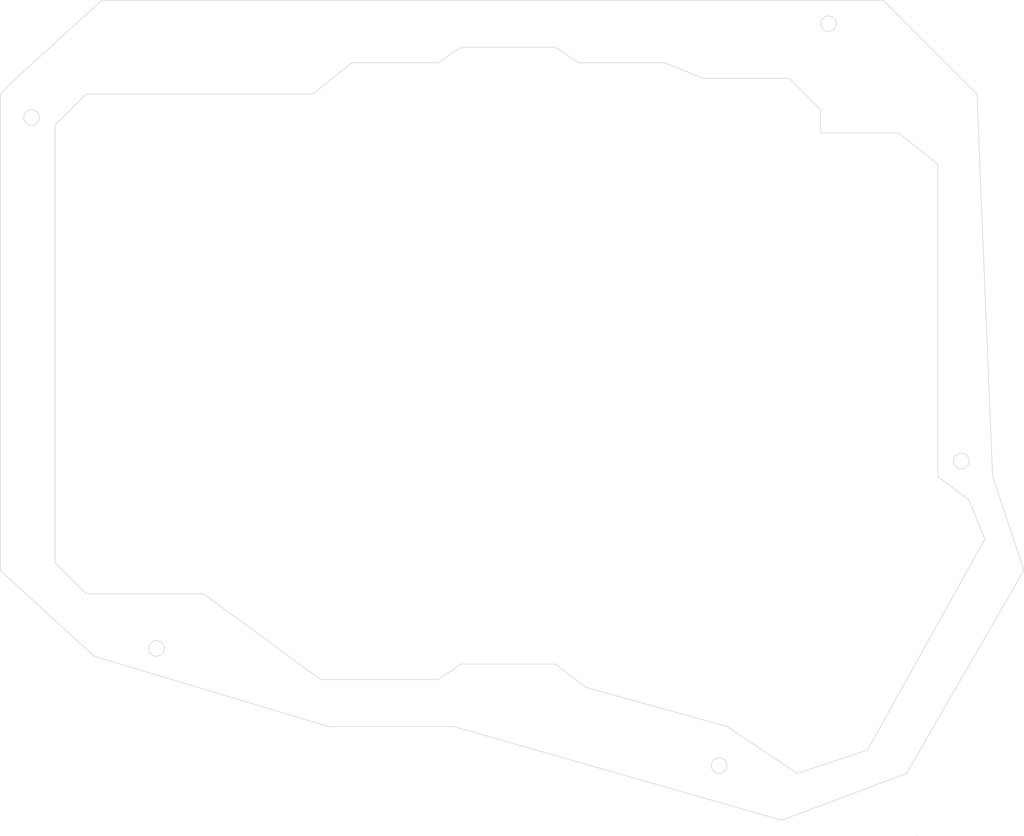
<source format=kicad_pcb>
(kicad_pcb (version 20171130) (host pcbnew "(5.1.2)-2")

  (general
    (thickness 1.6)
    (drawings 51)
    (tracks 0)
    (zones 0)
    (modules 0)
    (nets 1)
  )

  (page A4)
  (title_block
    (title "Redox keyboard PCB")
    (date 2018-05-05)
    (rev 1.0)
    (comment 1 "designed by Mattia Dal Ben (aka u/TiaMaT102)")
    (comment 2 https://github.com/mattdibi/redox-keyboard)
  )

  (layers
    (0 F.Cu signal)
    (31 B.Cu signal hide)
    (32 B.Adhes user hide)
    (33 F.Adhes user hide)
    (34 B.Paste user hide)
    (35 F.Paste user hide)
    (36 B.SilkS user hide)
    (37 F.SilkS user hide)
    (38 B.Mask user hide)
    (39 F.Mask user hide)
    (40 Dwgs.User user hide)
    (41 Cmts.User user hide)
    (42 Eco1.User user hide)
    (43 Eco2.User user hide)
    (44 Edge.Cuts user)
    (45 Margin user hide)
    (46 B.CrtYd user hide)
    (47 F.CrtYd user hide)
    (48 B.Fab user hide)
    (49 F.Fab user hide)
  )

  (setup
    (last_trace_width 0.25)
    (trace_clearance 0.2)
    (zone_clearance 0.508)
    (zone_45_only no)
    (trace_min 0.2)
    (via_size 0.6)
    (via_drill 0.4)
    (via_min_size 0.4)
    (via_min_drill 0.3)
    (uvia_size 0.3)
    (uvia_drill 0.1)
    (uvias_allowed no)
    (uvia_min_size 0.2)
    (uvia_min_drill 0.1)
    (edge_width 0.1)
    (segment_width 0.2)
    (pcb_text_width 0.3)
    (pcb_text_size 1.5 1.5)
    (mod_edge_width 0.15)
    (mod_text_size 1 1)
    (mod_text_width 0.15)
    (pad_size 1.5 1.5)
    (pad_drill 0.6)
    (pad_to_mask_clearance 0)
    (aux_axis_origin 0 0)
    (visible_elements 7FFFFFFF)
    (pcbplotparams
      (layerselection 0x010fc_ffffffff)
      (usegerberextensions true)
      (usegerberattributes false)
      (usegerberadvancedattributes false)
      (creategerberjobfile false)
      (excludeedgelayer true)
      (linewidth 0.100000)
      (plotframeref false)
      (viasonmask false)
      (mode 1)
      (useauxorigin false)
      (hpglpennumber 1)
      (hpglpenspeed 20)
      (hpglpendiameter 15.000000)
      (psnegative false)
      (psa4output false)
      (plotreference true)
      (plotvalue true)
      (plotinvisibletext false)
      (padsonsilk false)
      (subtractmaskfromsilk false)
      (outputformat 1)
      (mirror false)
      (drillshape 0)
      (scaleselection 1)
      (outputdirectory "gerber_files/"))
  )

  (net 0 "")

  (net_class Default "Questo è il gruppo di collegamenti predefinito"
    (clearance 0.2)
    (trace_width 0.25)
    (via_dia 0.6)
    (via_drill 0.4)
    (uvia_dia 0.3)
    (uvia_drill 0.1)
  )

  (gr_circle (center 73.66 58.42) (end 74.93 58.42) (layer Edge.Cuts) (width 0.1) (tstamp 5DB51D95))
  (gr_circle (center 203.2 43.18) (end 204.47 43.18) (layer Edge.Cuts) (width 0.1) (tstamp 5DB51D94))
  (gr_circle (center 93.98 144.78) (end 95.25 144.78) (layer Edge.Cuts) (width 0.1) (tstamp 5DB51D93))
  (gr_circle (center 224.79 114.3) (end 226.06 114.3) (layer Edge.Cuts) (width 0.1) (tstamp 5DB51D92))
  (gr_circle (center 185.42 163.83) (end 186.69 163.83) (layer Edge.Cuts) (width 0.1) (tstamp 5DB51D91))
  (gr_line (start 226.06 120.65) (end 228.6 127) (layer Edge.Cuts) (width 0.1) (tstamp 5DB50479))
  (gr_line (start 186.69 157.48) (end 198.12 165.1) (layer Edge.Cuts) (width 0.1) (tstamp 5DB5041B))
  (gr_line (start 198.12 165.1) (end 209.55 161.29) (layer Edge.Cuts) (width 0.1))
  (gr_line (start 163.83 151.13) (end 186.69 157.48) (layer Edge.Cuts) (width 0.1))
  (gr_line (start 158.75 147.32) (end 163.83 151.13) (layer Edge.Cuts) (width 0.1))
  (gr_line (start 143.51 147.32) (end 158.75 147.32) (layer Edge.Cuts) (width 0.1))
  (gr_line (start 139.7 149.86) (end 143.51 147.32) (layer Edge.Cuts) (width 0.1))
  (gr_line (start 143.51 46.99) (end 158.75 46.99) (layer Edge.Cuts) (width 0.1) (tstamp 5DB5024B))
  (gr_line (start 214.63 60.96) (end 220.98 66.04) (layer Edge.Cuts) (width 0.1))
  (gr_line (start 201.93 60.96) (end 214.63 60.96) (layer Edge.Cuts) (width 0.1))
  (gr_line (start 201.93 57.15) (end 201.93 60.96) (layer Edge.Cuts) (width 0.1))
  (gr_line (start 196.85 52.07) (end 201.93 57.15) (layer Edge.Cuts) (width 0.1))
  (gr_line (start 182.88 52.07) (end 196.85 52.07) (layer Edge.Cuts) (width 0.1))
  (gr_line (start 176.53 49.53) (end 182.88 52.07) (layer Edge.Cuts) (width 0.1))
  (gr_line (start 162.56 49.53) (end 176.53 49.53) (layer Edge.Cuts) (width 0.1))
  (gr_line (start 158.75 46.99) (end 162.56 49.53) (layer Edge.Cuts) (width 0.1))
  (gr_line (start 77.47 130.81) (end 77.47 59.69) (layer Edge.Cuts) (width 0.1))
  (gr_line (start 119.38 54.61) (end 125.73 49.53) (layer Edge.Cuts) (width 0.1) (tstamp 5DB5015C))
  (gr_line (start 139.7 49.53) (end 143.51 46.99) (layer Edge.Cuts) (width 0.1))
  (gr_line (start 125.73 49.53) (end 139.7 49.53) (layer Edge.Cuts) (width 0.1))
  (gr_line (start 96.52 54.61) (end 119.38 54.61) (layer Edge.Cuts) (width 0.1))
  (gr_line (start 77.47 59.69) (end 82.55 54.61) (layer Edge.Cuts) (width 0.1))
  (gr_line (start 82.55 54.61) (end 96.52 54.61) (layer Edge.Cuts) (width 0.1))
  (gr_line (start 82.55 135.89) (end 77.47 130.81) (layer Edge.Cuts) (width 0.1))
  (gr_line (start 101.6 135.89) (end 82.55 135.89) (layer Edge.Cuts) (width 0.1))
  (gr_line (start 120.65 149.86) (end 101.6 135.89) (layer Edge.Cuts) (width 0.1))
  (gr_line (start 139.7 149.86) (end 120.65 149.86) (layer Edge.Cuts) (width 0.1))
  (gr_line (start 228.6 127) (end 209.55 161.29) (layer Edge.Cuts) (width 0.1))
  (gr_line (start 220.98 116.84) (end 226.06 120.65) (layer Edge.Cuts) (width 0.1))
  (gr_line (start 220.98 66.04) (end 220.98 116.84) (layer Edge.Cuts) (width 0.1))
  (gr_line (start 68.58 54.61) (end 68.58 132.08) (layer Edge.Cuts) (width 0.1))
  (gr_line (start 71.12 52.07) (end 68.58 54.61) (layer Edge.Cuts) (width 0.1))
  (gr_line (start 71.12 52.07) (end 85.09 39.37) (layer Edge.Cuts) (width 0.1) (tstamp 5DB46CBB))
  (gr_line (start 83.82 146.05) (end 68.58 132.08) (layer Edge.Cuts) (width 0.1))
  (gr_line (start 121.92 157.48) (end 83.82 146.05) (layer Edge.Cuts) (width 0.1))
  (gr_line (start 142.24 157.48) (end 121.92 157.48) (layer Edge.Cuts) (width 0.1))
  (gr_line (start 195.58 172.72) (end 142.24 157.48) (layer Edge.Cuts) (width 0.1))
  (gr_line (start 215.9 165.1) (end 195.58 172.72) (layer Edge.Cuts) (width 0.1))
  (gr_line (start 234.95 132.08) (end 215.9 165.1) (layer Edge.Cuts) (width 0.1))
  (gr_line (start 233.68 128.27) (end 234.95 132.08) (layer Edge.Cuts) (width 0.1))
  (gr_line (start 229.87 116.84) (end 233.68 128.27) (layer Edge.Cuts) (width 0.1))
  (gr_line (start 227.33 54.61) (end 229.87 116.84) (layer Edge.Cuts) (width 0.1))
  (gr_line (start 212.09 39.37) (end 227.33 54.61) (layer Edge.Cuts) (width 0.1))
  (gr_line (start 100.33 39.37) (end 212.09 39.37) (layer Edge.Cuts) (width 0.1))
  (gr_line (start 85.09 39.37) (end 100.33 39.37) (layer Edge.Cuts) (width 0.1))
  (gr_line (start 217.551 175.26) (end 217.678 175.26) (angle 90) (layer Edge.Cuts) (width 0.1))

)

</source>
